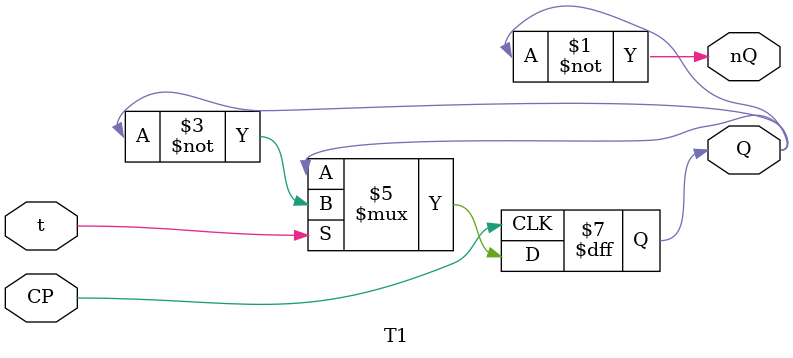
<source format=v>
`timescale 1ns / 1ps


module T1(
input t,
input CP,
output reg Q,
output  nQ 

    );
    
    assign nQ = ~Q;
    
    initial
    begin
      Q <=1'b0;  
    end
 
    
    always @(posedge CP)
    begin
      if(t)
        Q <= ~Q;  
    end   
    
    
    
endmodule

</source>
